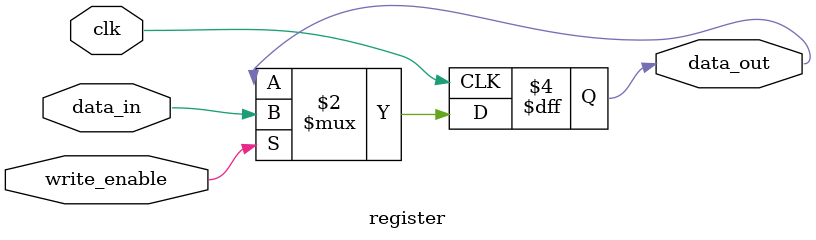
<source format=sv>
module cpu(clk,reset,in,out,N,V,Z,w,mem_addr,mem_cmd,halt);
  input clk, reset;
  input [15:0] in;
  
  output [15:0] out;
  output N, V, Z, w;
  output [8:0] mem_addr;
  output [1:0] mem_cmd;
  output halt;

  wire [15:0] current_instruction;
  wire [2:0] opcode;
  wire [1:0] ALUop;
  wire [1:0] nsel1, nsel2;
  wire [15:0] sximm8, sximm5;
  wire [1:0] shift;
  wire [2:0] readnum1, readnum2, writenum;
  wire write;
  wire loada, loadb, loadc, loads;
  wire [1:0] vsel;
  wire asel, bsel;
  wire [2:0] Z_out;
  wire [15:0] mdata;
  wire [8:0] PC;
  reg [8:0] next_pc;
  wire load_pc;
  wire load;
  wire load_addr;
  wire [8:0] address_out;
  wire [1:0] reset_pc;
  wire addr_sel;
  wire [15:0] data_out1, data_out2;
  wire [2:0] cond;
  wire loadab;
  wire strsel;
  wire [15:0] datapath_out;

  assign N = Z_out[1];
  assign Z = Z_out[0];
  assign V = Z_out[2];

  assign out = strsel ? data_out1 : datapath_out;

  register #(9) pc(
    .clk(clk),
    .data_in(next_pc),
    .data_out(PC),
    .write_enable(load_pc));

  register #(9) data_address(
    .clk(clk),
    .data_in(datapath_out[8:0]),
    .data_out(address_out),
    .write_enable(load_addr));

  register #(16) INSTRUCTION(
    .clk(clk),
    .data_in(in),
    .data_out(current_instruction),
    .write_enable(load));

  instruction_decoder DECODER(
    .decoder_in(current_instruction),
    .nsel1(nsel1),
    .nsel2(nsel2),
    .opcode(opcode),
    .ALUop(ALUop),
    .readnum1(readnum1),
    .readnum2(readnum2),
    .writenum(writenum),
    .shift(shift),
    .sximm8(sximm8),
    .sximm5(sximm5),
    .cond(cond));

  datapath DP(
    .clk(clk),
    .readnum1(readnum1),
    .readnum2(readnum2),
    .vsel(vsel),
    .shift(shift),
    .asel(asel),
    .bsel(bsel),
    .ALUop(ALUop),
    .loadc(loadc),
    .loads(loads),
    .writenum(writenum),
    .write(write),
    .Z_out(Z_out),
    .datapath_out(datapath_out),
    .mdata(in),
    .sximm8(sximm8),
    .sximm5(sximm5),
    .pc(PC),
    .data_out1(data_out1),
	.loadab(loadab));

  state FSM(
    .clk(clk),
    .reset(reset),
    .opcode(opcode),
    .ALUop(ALUop),
    .loadc(loadc),
    .loads(loads),
    .write(write),
    .asel(asel),
    .bsel(bsel),
    .vsel(vsel),
    .nsel1(nsel1),
    .nsel2(nsel2),
    .w(w),
    .load_ir(load),
    .load_addr(load_addr),
    .reset_pc(reset_pc),
    .addr_sel(addr_sel),
    .load_pc(load_pc),
    .mem_cmd(mem_cmd),
    .Z_in(Z_out),
    .cond(cond),
    .halt(halt),
	.loadab(loadab),
	.strsel(strsel));

  always_comb begin
      case(reset_pc)
        2'b00: next_pc = PC + 1;
        2'b01: next_pc = 9'd0;
        2'b10: next_pc = PC + sximm8[8:0];
        2'b11: next_pc = data_out1[8:0];
      endcase
  end

  assign mem_addr = addr_sel ? PC : address_out;
endmodule

module register(clk, data_in, data_out, write_enable);
  parameter n = 1;

  input clk;
  input write_enable;
  input [n-1:0] data_in;

  output reg [n-1:0] data_out;

  always_ff @(posedge clk) begin
    if (write_enable) begin
      data_out <= data_in;
    end
  end
endmodule

</source>
